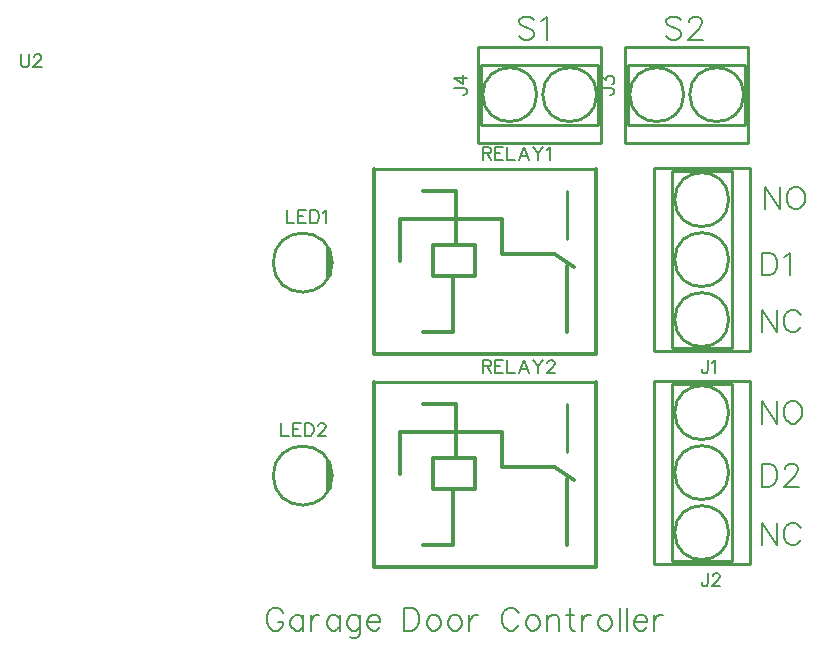
<source format=gto>
G04 ---------------------------- Layer name :TOP SILK LAYER*
G04 EasyEDA v5.8.22, Sun, 09 Dec 2018 14:58:16 GMT*
G04 d740bffd687a459e962a3d983056e966*
G04 Gerber Generator version 0.2*
G04 Scale: 100 percent, Rotated: No, Reflected: No *
G04 Dimensions in inches *
G04 leading zeros omitted , absolute positions ,2 integer and 4 decimal *
%FSLAX24Y24*%
%MOIN*%
G90*
G70D02*

%ADD10C,0.010000*%
%ADD19C,0.011811*%
%ADD20C,0.007000*%
%ADD21C,0.008000*%

%LPD*%
G54D19*
G01X25722Y11176D02*
G01X25722Y13376D01*
G01X26671Y16621D02*
G01X26675Y10469D01*
G01X19261Y10469D01*
G01X19269Y16614D01*
G01X21922Y14101D02*
G01X22646Y14101D01*
G01X22646Y13052D01*
G01X21246Y13052D01*
G01X21246Y14101D01*
G01X21997Y14101D01*
G01X21997Y15901D01*
G01X20918Y15901D01*
G01X20918Y11176D02*
G01X21922Y11176D01*
G01X21922Y13052D01*
G01X20131Y13538D02*
G01X20131Y14967D01*
G01X23531Y14967D01*
G01X23531Y13786D01*
G01X23541Y13776D01*
G01X25122Y13776D01*
G01X25322Y13776D01*
G01X25336Y13767D02*
G01X25947Y13362D01*
G54D10*
G01X19269Y16633D02*
G01X19265Y16633D01*
G01X26683Y16634D01*
G01X26683Y16633D01*
G01X25694Y15901D02*
G01X25694Y14295D01*
G54D19*
G01X25722Y4076D02*
G01X25722Y6276D01*
G01X26671Y9521D02*
G01X26675Y3369D01*
G01X19261Y3369D01*
G01X19269Y9514D01*
G01X21922Y7001D02*
G01X22646Y7001D01*
G01X22646Y5952D01*
G01X21246Y5952D01*
G01X21246Y7001D01*
G01X21997Y7001D01*
G01X21997Y8801D01*
G01X20918Y8801D01*
G01X20918Y4076D02*
G01X21922Y4076D01*
G01X21922Y5952D01*
G01X20131Y6438D02*
G01X20131Y7867D01*
G01X23531Y7867D01*
G01X23531Y6686D01*
G01X23541Y6676D01*
G01X25122Y6676D01*
G01X25322Y6676D01*
G01X25336Y6667D02*
G01X25947Y6262D01*
G54D10*
G01X19269Y9533D02*
G01X19265Y9533D01*
G01X26683Y9534D01*
G01X26683Y9533D01*
G01X25694Y8801D02*
G01X25694Y7195D01*
G01X31800Y10550D02*
G01X28600Y10550D01*
G01X28600Y16650D01*
G01X31800Y16650D01*
G01X31800Y10550D01*
G01X31200Y10650D02*
G01X29200Y10650D01*
G01X29200Y16550D01*
G01X31200Y16550D01*
G01X31200Y10650D01*
G01X31800Y3450D02*
G01X28600Y3450D01*
G01X28600Y9550D01*
G01X31800Y9550D01*
G01X31800Y3450D01*
G01X31200Y3550D02*
G01X29200Y3550D01*
G01X29200Y9450D01*
G01X31200Y9450D01*
G01X31200Y3550D01*
G01X27650Y17500D02*
G01X27650Y20700D01*
G01X31750Y20700D01*
G01X31750Y17500D01*
G01X27650Y17500D01*
G01X27750Y18100D02*
G01X27750Y20100D01*
G01X31650Y20100D01*
G01X31650Y18100D01*
G01X27750Y18100D01*
G01X22750Y17500D02*
G01X22750Y20700D01*
G01X26850Y20700D01*
G01X26850Y17500D01*
G01X22750Y17500D01*
G01X22850Y18100D02*
G01X22850Y20100D01*
G01X26750Y20100D01*
G01X26750Y18100D01*
G01X22850Y18100D01*
G01X17800Y6800D02*
G01X17800Y6000D01*
G01X17700Y6951D02*
G01X17700Y5848D01*
G01X17800Y13900D02*
G01X17800Y13100D01*
G01X17700Y14051D02*
G01X17700Y12948D01*
G54D20*
G01X7500Y20444D02*
G01X7500Y20138D01*
G01X7519Y20077D01*
G01X7560Y20036D01*
G01X7622Y20015D01*
G01X7664Y20015D01*
G01X7725Y20036D01*
G01X7765Y20077D01*
G01X7785Y20138D01*
G01X7785Y20444D01*
G01X7942Y20342D02*
G01X7942Y20363D01*
G01X7961Y20405D01*
G01X7982Y20425D01*
G01X8023Y20444D01*
G01X8105Y20444D01*
G01X8146Y20425D01*
G01X8167Y20405D01*
G01X8186Y20363D01*
G01X8186Y20323D01*
G01X8167Y20282D01*
G01X8126Y20219D01*
G01X7921Y20015D01*
G01X8207Y20015D01*
G01X22904Y17344D02*
G01X22904Y16915D01*
G01X22904Y17344D02*
G01X23088Y17344D01*
G01X23149Y17325D01*
G01X23170Y17305D01*
G01X23190Y17263D01*
G01X23190Y17223D01*
G01X23170Y17182D01*
G01X23149Y17161D01*
G01X23088Y17140D01*
G01X22904Y17140D01*
G01X23047Y17140D02*
G01X23190Y16915D01*
G01X23325Y17344D02*
G01X23325Y16915D01*
G01X23325Y17344D02*
G01X23591Y17344D01*
G01X23325Y17140D02*
G01X23489Y17140D01*
G01X23325Y16915D02*
G01X23591Y16915D01*
G01X23726Y17344D02*
G01X23726Y16915D01*
G01X23726Y16915D02*
G01X23972Y16915D01*
G01X24270Y17344D02*
G01X24107Y16915D01*
G01X24270Y17344D02*
G01X24434Y16915D01*
G01X24168Y17059D02*
G01X24373Y17059D01*
G01X24569Y17344D02*
G01X24733Y17140D01*
G01X24733Y16915D01*
G01X24896Y17344D02*
G01X24733Y17140D01*
G01X25031Y17263D02*
G01X25072Y17284D01*
G01X25134Y17344D01*
G01X25134Y16915D01*
G01X22904Y10244D02*
G01X22904Y9815D01*
G01X22904Y10244D02*
G01X23088Y10244D01*
G01X23149Y10225D01*
G01X23170Y10205D01*
G01X23190Y10163D01*
G01X23190Y10123D01*
G01X23170Y10082D01*
G01X23149Y10061D01*
G01X23088Y10040D01*
G01X22904Y10040D01*
G01X23047Y10040D02*
G01X23190Y9815D01*
G01X23325Y10244D02*
G01X23325Y9815D01*
G01X23325Y10244D02*
G01X23591Y10244D01*
G01X23325Y10040D02*
G01X23489Y10040D01*
G01X23325Y9815D02*
G01X23591Y9815D01*
G01X23726Y10244D02*
G01X23726Y9815D01*
G01X23726Y9815D02*
G01X23972Y9815D01*
G01X24270Y10244D02*
G01X24107Y9815D01*
G01X24270Y10244D02*
G01X24434Y9815D01*
G01X24168Y9959D02*
G01X24373Y9959D01*
G01X24569Y10244D02*
G01X24733Y10040D01*
G01X24733Y9815D01*
G01X24896Y10244D02*
G01X24733Y10040D01*
G01X25052Y10142D02*
G01X25052Y10163D01*
G01X25072Y10205D01*
G01X25093Y10225D01*
G01X25134Y10244D01*
G01X25215Y10244D01*
G01X25256Y10225D01*
G01X25277Y10205D01*
G01X25297Y10163D01*
G01X25297Y10123D01*
G01X25277Y10082D01*
G01X25236Y10019D01*
G01X25031Y9815D01*
G01X25318Y9815D01*
G01X30405Y10244D02*
G01X30405Y9917D01*
G01X30384Y9857D01*
G01X30364Y9836D01*
G01X30322Y9815D01*
G01X30281Y9815D01*
G01X30240Y9836D01*
G01X30219Y9857D01*
G01X30200Y9917D01*
G01X30200Y9959D01*
G01X30539Y10163D02*
G01X30580Y10184D01*
G01X30642Y10244D01*
G01X30642Y9815D01*
G01X30405Y3144D02*
G01X30405Y2817D01*
G01X30384Y2757D01*
G01X30364Y2736D01*
G01X30322Y2715D01*
G01X30281Y2715D01*
G01X30240Y2736D01*
G01X30219Y2757D01*
G01X30200Y2817D01*
G01X30200Y2859D01*
G01X30560Y3042D02*
G01X30560Y3063D01*
G01X30580Y3105D01*
G01X30601Y3125D01*
G01X30642Y3144D01*
G01X30723Y3144D01*
G01X30764Y3125D01*
G01X30785Y3105D01*
G01X30805Y3063D01*
G01X30805Y3023D01*
G01X30785Y2982D01*
G01X30743Y2919D01*
G01X30539Y2715D01*
G01X30826Y2715D01*
G01X26855Y19305D02*
G01X27181Y19305D01*
G01X27243Y19284D01*
G01X27264Y19263D01*
G01X27284Y19223D01*
G01X27284Y19182D01*
G01X27264Y19140D01*
G01X27243Y19119D01*
G01X27181Y19100D01*
G01X27140Y19100D01*
G01X26855Y19480D02*
G01X26855Y19705D01*
G01X27018Y19582D01*
G01X27018Y19644D01*
G01X27039Y19684D01*
G01X27059Y19705D01*
G01X27119Y19726D01*
G01X27160Y19726D01*
G01X27222Y19705D01*
G01X27264Y19665D01*
G01X27284Y19603D01*
G01X27284Y19542D01*
G01X27264Y19480D01*
G01X27243Y19459D01*
G01X27202Y19440D01*
G01X21955Y19305D02*
G01X22281Y19305D01*
G01X22343Y19284D01*
G01X22364Y19263D01*
G01X22384Y19223D01*
G01X22384Y19182D01*
G01X22364Y19140D01*
G01X22343Y19119D01*
G01X22281Y19100D01*
G01X22240Y19100D01*
G01X21955Y19644D02*
G01X22240Y19440D01*
G01X22240Y19746D01*
G01X21955Y19644D02*
G01X22384Y19644D01*
G01X16192Y8144D02*
G01X16192Y7715D01*
G01X16192Y7715D02*
G01X16436Y7715D01*
G01X16572Y8144D02*
G01X16572Y7715D01*
G01X16572Y8144D02*
G01X16838Y8144D01*
G01X16572Y7940D02*
G01X16735Y7940D01*
G01X16572Y7715D02*
G01X16838Y7715D01*
G01X16972Y8144D02*
G01X16972Y7715D01*
G01X16972Y8144D02*
G01X17117Y8144D01*
G01X17177Y8125D01*
G01X17218Y8084D01*
G01X17239Y8042D01*
G01X17260Y7982D01*
G01X17260Y7880D01*
G01X17239Y7817D01*
G01X17218Y7776D01*
G01X17177Y7736D01*
G01X17117Y7715D01*
G01X16972Y7715D01*
G01X17414Y8042D02*
G01X17414Y8063D01*
G01X17435Y8105D01*
G01X17456Y8125D01*
G01X17497Y8144D01*
G01X17578Y8144D01*
G01X17619Y8125D01*
G01X17639Y8105D01*
G01X17660Y8063D01*
G01X17660Y8023D01*
G01X17639Y7982D01*
G01X17598Y7919D01*
G01X17394Y7715D01*
G01X17681Y7715D01*
G01X16376Y15244D02*
G01X16376Y14815D01*
G01X16376Y14815D02*
G01X16621Y14815D01*
G01X16756Y15244D02*
G01X16756Y14815D01*
G01X16756Y15244D02*
G01X17022Y15244D01*
G01X16756Y15040D02*
G01X16919Y15040D01*
G01X16756Y14815D02*
G01X17022Y14815D01*
G01X17156Y15244D02*
G01X17156Y14815D01*
G01X17156Y15244D02*
G01X17301Y15244D01*
G01X17361Y15225D01*
G01X17402Y15184D01*
G01X17422Y15142D01*
G01X17443Y15082D01*
G01X17443Y14980D01*
G01X17422Y14917D01*
G01X17402Y14876D01*
G01X17361Y14836D01*
G01X17301Y14815D01*
G01X17156Y14815D01*
G01X17578Y15163D02*
G01X17619Y15184D01*
G01X17681Y15244D01*
G01X17681Y14815D01*
G54D21*
G01X32200Y8899D02*
G01X32200Y8136D01*
G01X32200Y8899D02*
G01X32709Y8136D01*
G01X32709Y8899D02*
G01X32709Y8136D01*
G01X33167Y8899D02*
G01X33094Y8863D01*
G01X33022Y8790D01*
G01X32985Y8718D01*
G01X32948Y8608D01*
G01X32948Y8427D01*
G01X32985Y8318D01*
G01X33022Y8245D01*
G01X33094Y8172D01*
G01X33167Y8136D01*
G01X33313Y8136D01*
G01X33385Y8172D01*
G01X33457Y8245D01*
G01X33494Y8318D01*
G01X33531Y8427D01*
G01X33531Y8608D01*
G01X33494Y8718D01*
G01X33457Y8790D01*
G01X33385Y8863D01*
G01X33313Y8899D01*
G01X33167Y8899D01*
G01X32300Y16036D02*
G01X32300Y15273D01*
G01X32300Y16036D02*
G01X32809Y15273D01*
G01X32809Y16036D02*
G01X32809Y15273D01*
G01X33267Y16036D02*
G01X33194Y16000D01*
G01X33122Y15926D01*
G01X33085Y15855D01*
G01X33048Y15744D01*
G01X33048Y15563D01*
G01X33085Y15455D01*
G01X33122Y15382D01*
G01X33194Y15309D01*
G01X33267Y15273D01*
G01X33413Y15273D01*
G01X33485Y15309D01*
G01X33557Y15382D01*
G01X33594Y15455D01*
G01X33631Y15563D01*
G01X33631Y15744D01*
G01X33594Y15855D01*
G01X33557Y15926D01*
G01X33485Y16000D01*
G01X33413Y16036D01*
G01X33267Y16036D01*
G01X32200Y4836D02*
G01X32200Y4073D01*
G01X32200Y4836D02*
G01X32709Y4073D01*
G01X32709Y4836D02*
G01X32709Y4073D01*
G01X33494Y4655D02*
G01X33457Y4726D01*
G01X33385Y4800D01*
G01X33313Y4836D01*
G01X33167Y4836D01*
G01X33094Y4800D01*
G01X33022Y4726D01*
G01X32985Y4655D01*
G01X32948Y4544D01*
G01X32948Y4363D01*
G01X32985Y4255D01*
G01X33022Y4182D01*
G01X33094Y4109D01*
G01X33167Y4073D01*
G01X33313Y4073D01*
G01X33385Y4109D01*
G01X33457Y4182D01*
G01X33494Y4255D01*
G01X32200Y11936D02*
G01X32200Y11173D01*
G01X32200Y11936D02*
G01X32709Y11173D01*
G01X32709Y11936D02*
G01X32709Y11173D01*
G01X33494Y11755D02*
G01X33457Y11826D01*
G01X33385Y11900D01*
G01X33313Y11936D01*
G01X33167Y11936D01*
G01X33094Y11900D01*
G01X33022Y11826D01*
G01X32985Y11755D01*
G01X32948Y11644D01*
G01X32948Y11463D01*
G01X32985Y11355D01*
G01X33022Y11282D01*
G01X33094Y11209D01*
G01X33167Y11173D01*
G01X33313Y11173D01*
G01X33385Y11209D01*
G01X33457Y11282D01*
G01X33494Y11355D01*
G01X32200Y13836D02*
G01X32200Y13073D01*
G01X32200Y13836D02*
G01X32455Y13836D01*
G01X32564Y13800D01*
G01X32635Y13726D01*
G01X32672Y13655D01*
G01X32709Y13544D01*
G01X32709Y13363D01*
G01X32672Y13255D01*
G01X32635Y13182D01*
G01X32564Y13109D01*
G01X32455Y13073D01*
G01X32200Y13073D01*
G01X32948Y13690D02*
G01X33022Y13726D01*
G01X33131Y13836D01*
G01X33131Y13073D01*
G01X32200Y6799D02*
G01X32200Y6036D01*
G01X32200Y6799D02*
G01X32455Y6799D01*
G01X32564Y6763D01*
G01X32635Y6690D01*
G01X32672Y6618D01*
G01X32709Y6508D01*
G01X32709Y6327D01*
G01X32672Y6218D01*
G01X32635Y6145D01*
G01X32564Y6072D01*
G01X32455Y6036D01*
G01X32200Y6036D01*
G01X32985Y6618D02*
G01X32985Y6654D01*
G01X33022Y6727D01*
G01X33057Y6763D01*
G01X33131Y6799D01*
G01X33276Y6799D01*
G01X33348Y6763D01*
G01X33385Y6727D01*
G01X33422Y6654D01*
G01X33422Y6581D01*
G01X33385Y6508D01*
G01X33313Y6399D01*
G01X32948Y6036D01*
G01X33457Y6036D01*
G01X24609Y21590D02*
G01X24535Y21663D01*
G01X24427Y21699D01*
G01X24281Y21699D01*
G01X24172Y21663D01*
G01X24100Y21590D01*
G01X24100Y21518D01*
G01X24135Y21445D01*
G01X24172Y21408D01*
G01X24244Y21372D01*
G01X24464Y21299D01*
G01X24535Y21263D01*
G01X24572Y21227D01*
G01X24609Y21154D01*
G01X24609Y21045D01*
G01X24535Y20972D01*
G01X24427Y20936D01*
G01X24281Y20936D01*
G01X24172Y20972D01*
G01X24100Y21045D01*
G01X24848Y21554D02*
G01X24922Y21590D01*
G01X25031Y21699D01*
G01X25031Y20936D01*
G01X29509Y21590D02*
G01X29435Y21663D01*
G01X29327Y21699D01*
G01X29181Y21699D01*
G01X29072Y21663D01*
G01X29000Y21590D01*
G01X29000Y21518D01*
G01X29035Y21445D01*
G01X29072Y21408D01*
G01X29144Y21372D01*
G01X29364Y21299D01*
G01X29435Y21263D01*
G01X29472Y21227D01*
G01X29509Y21154D01*
G01X29509Y21045D01*
G01X29435Y20972D01*
G01X29327Y20936D01*
G01X29181Y20936D01*
G01X29072Y20972D01*
G01X29000Y21045D01*
G01X29785Y21518D02*
G01X29785Y21554D01*
G01X29822Y21627D01*
G01X29857Y21663D01*
G01X29931Y21699D01*
G01X30076Y21699D01*
G01X30148Y21663D01*
G01X30185Y21627D01*
G01X30222Y21554D01*
G01X30222Y21481D01*
G01X30185Y21408D01*
G01X30113Y21299D01*
G01X29748Y20936D01*
G01X30257Y20936D01*
G01X16244Y1818D02*
G01X16209Y1890D01*
G01X16135Y1963D01*
G01X16064Y1999D01*
G01X15918Y1999D01*
G01X15844Y1963D01*
G01X15772Y1890D01*
G01X15735Y1818D01*
G01X15700Y1708D01*
G01X15700Y1527D01*
G01X15735Y1418D01*
G01X15772Y1345D01*
G01X15844Y1272D01*
G01X15918Y1236D01*
G01X16064Y1236D01*
G01X16135Y1272D01*
G01X16209Y1345D01*
G01X16244Y1418D01*
G01X16244Y1527D01*
G01X16064Y1527D02*
G01X16244Y1527D01*
G01X16922Y1745D02*
G01X16922Y1236D01*
G01X16922Y1636D02*
G01X16848Y1708D01*
G01X16776Y1745D01*
G01X16667Y1745D01*
G01X16594Y1708D01*
G01X16522Y1636D01*
G01X16485Y1527D01*
G01X16485Y1454D01*
G01X16522Y1345D01*
G01X16594Y1272D01*
G01X16667Y1236D01*
G01X16776Y1236D01*
G01X16848Y1272D01*
G01X16922Y1345D01*
G01X17161Y1745D02*
G01X17161Y1236D01*
G01X17161Y1527D02*
G01X17197Y1636D01*
G01X17271Y1708D01*
G01X17343Y1745D01*
G01X17452Y1745D01*
G01X18128Y1745D02*
G01X18128Y1236D01*
G01X18128Y1636D02*
G01X18056Y1708D01*
G01X17984Y1745D01*
G01X17875Y1745D01*
G01X17802Y1708D01*
G01X17728Y1636D01*
G01X17693Y1527D01*
G01X17693Y1454D01*
G01X17728Y1345D01*
G01X17802Y1272D01*
G01X17875Y1236D01*
G01X17984Y1236D01*
G01X18056Y1272D01*
G01X18128Y1345D01*
G01X18805Y1745D02*
G01X18805Y1163D01*
G01X18768Y1054D01*
G01X18732Y1018D01*
G01X18660Y981D01*
G01X18551Y981D01*
G01X18477Y1018D01*
G01X18805Y1636D02*
G01X18732Y1708D01*
G01X18660Y1745D01*
G01X18551Y1745D01*
G01X18477Y1708D01*
G01X18405Y1636D01*
G01X18368Y1527D01*
G01X18368Y1454D01*
G01X18405Y1345D01*
G01X18477Y1272D01*
G01X18551Y1236D01*
G01X18660Y1236D01*
G01X18732Y1272D01*
G01X18805Y1345D01*
G01X19044Y1527D02*
G01X19481Y1527D01*
G01X19481Y1599D01*
G01X19444Y1672D01*
G01X19409Y1708D01*
G01X19335Y1745D01*
G01X19227Y1745D01*
G01X19155Y1708D01*
G01X19081Y1636D01*
G01X19044Y1527D01*
G01X19044Y1454D01*
G01X19081Y1345D01*
G01X19155Y1272D01*
G01X19227Y1236D01*
G01X19335Y1236D01*
G01X19409Y1272D01*
G01X19481Y1345D01*
G01X20281Y1999D02*
G01X20281Y1236D01*
G01X20281Y1999D02*
G01X20535Y1999D01*
G01X20644Y1963D01*
G01X20718Y1890D01*
G01X20755Y1818D01*
G01X20790Y1708D01*
G01X20790Y1527D01*
G01X20755Y1418D01*
G01X20718Y1345D01*
G01X20644Y1272D01*
G01X20535Y1236D01*
G01X20281Y1236D01*
G01X21213Y1745D02*
G01X21139Y1708D01*
G01X21067Y1636D01*
G01X21031Y1527D01*
G01X21031Y1454D01*
G01X21067Y1345D01*
G01X21139Y1272D01*
G01X21213Y1236D01*
G01X21322Y1236D01*
G01X21394Y1272D01*
G01X21467Y1345D01*
G01X21503Y1454D01*
G01X21503Y1527D01*
G01X21467Y1636D01*
G01X21394Y1708D01*
G01X21322Y1745D01*
G01X21213Y1745D01*
G01X21925Y1745D02*
G01X21852Y1708D01*
G01X21780Y1636D01*
G01X21743Y1527D01*
G01X21743Y1454D01*
G01X21780Y1345D01*
G01X21852Y1272D01*
G01X21925Y1236D01*
G01X22035Y1236D01*
G01X22106Y1272D01*
G01X22180Y1345D01*
G01X22215Y1454D01*
G01X22215Y1527D01*
G01X22180Y1636D01*
G01X22106Y1708D01*
G01X22035Y1745D01*
G01X21925Y1745D01*
G01X22456Y1745D02*
G01X22456Y1236D01*
G01X22456Y1527D02*
G01X22493Y1636D01*
G01X22564Y1708D01*
G01X22638Y1745D01*
G01X22747Y1745D01*
G01X24093Y1818D02*
G01X24056Y1890D01*
G01X23984Y1963D01*
G01X23910Y1999D01*
G01X23764Y1999D01*
G01X23693Y1963D01*
G01X23619Y1890D01*
G01X23584Y1818D01*
G01X23547Y1708D01*
G01X23547Y1527D01*
G01X23584Y1418D01*
G01X23619Y1345D01*
G01X23693Y1272D01*
G01X23764Y1236D01*
G01X23910Y1236D01*
G01X23984Y1272D01*
G01X24056Y1345D01*
G01X24093Y1418D01*
G01X24514Y1745D02*
G01X24442Y1708D01*
G01X24368Y1636D01*
G01X24332Y1527D01*
G01X24332Y1454D01*
G01X24368Y1345D01*
G01X24442Y1272D01*
G01X24514Y1236D01*
G01X24623Y1236D01*
G01X24696Y1272D01*
G01X24768Y1345D01*
G01X24805Y1454D01*
G01X24805Y1527D01*
G01X24768Y1636D01*
G01X24696Y1708D01*
G01X24623Y1745D01*
G01X24514Y1745D01*
G01X25044Y1745D02*
G01X25044Y1236D01*
G01X25044Y1599D02*
G01X25155Y1708D01*
G01X25227Y1745D01*
G01X25335Y1745D01*
G01X25409Y1708D01*
G01X25444Y1599D01*
G01X25444Y1236D01*
G01X25794Y1999D02*
G01X25794Y1381D01*
G01X25831Y1272D01*
G01X25903Y1236D01*
G01X25976Y1236D01*
G01X25685Y1745D02*
G01X25939Y1745D01*
G01X26215Y1745D02*
G01X26215Y1236D01*
G01X26215Y1527D02*
G01X26252Y1636D01*
G01X26325Y1708D01*
G01X26397Y1745D01*
G01X26506Y1745D01*
G01X26928Y1745D02*
G01X26856Y1708D01*
G01X26784Y1636D01*
G01X26747Y1527D01*
G01X26747Y1454D01*
G01X26784Y1345D01*
G01X26856Y1272D01*
G01X26928Y1236D01*
G01X27038Y1236D01*
G01X27110Y1272D01*
G01X27184Y1345D01*
G01X27219Y1454D01*
G01X27219Y1527D01*
G01X27184Y1636D01*
G01X27110Y1708D01*
G01X27038Y1745D01*
G01X26928Y1745D01*
G01X27460Y1999D02*
G01X27460Y1236D01*
G01X27700Y1999D02*
G01X27700Y1236D01*
G01X27939Y1527D02*
G01X28376Y1527D01*
G01X28376Y1599D01*
G01X28339Y1672D01*
G01X28303Y1708D01*
G01X28231Y1745D01*
G01X28122Y1745D01*
G01X28048Y1708D01*
G01X27976Y1636D01*
G01X27939Y1527D01*
G01X27939Y1454D01*
G01X27976Y1345D01*
G01X28048Y1272D01*
G01X28122Y1236D01*
G01X28231Y1236D01*
G01X28303Y1272D01*
G01X28376Y1345D01*
G01X28615Y1745D02*
G01X28615Y1236D01*
G01X28615Y1527D02*
G01X28652Y1636D01*
G01X28725Y1708D01*
G01X28797Y1745D01*
G01X28906Y1745D01*
G54D10*
G75*
G01X31100Y11600D02*
G03X31100Y11600I-900J0D01*
G01*
G75*
G01X31100Y13600D02*
G03X31100Y13600I-900J0D01*
G01*
G75*
G01X31100Y15600D02*
G03X31100Y15600I-900J0D01*
G01*
G75*
G01X31100Y4500D02*
G03X31100Y4500I-900J0D01*
G01*
G75*
G01X31100Y6500D02*
G03X31100Y6500I-900J0D01*
G01*
G75*
G01X31100Y8500D02*
G03X31100Y8500I-900J0D01*
G01*
G75*
G01X29600Y19100D02*
G03X29600Y19100I-900J0D01*
G01*
G75*
G01X31600Y19100D02*
G03X31600Y19100I-900J0D01*
G01*
G75*
G01X24700Y19100D02*
G03X24700Y19100I-900J0D01*
G01*
G75*
G01X26700Y19100D02*
G03X26700Y19100I-900J0D01*
G01*
G75*
G01X17884Y6400D02*
G03X17884Y6400I-984J0D01*
G01*
G75*
G01X17884Y13500D02*
G03X17884Y13500I-984J0D01*
G01*
M00*
M02*

</source>
